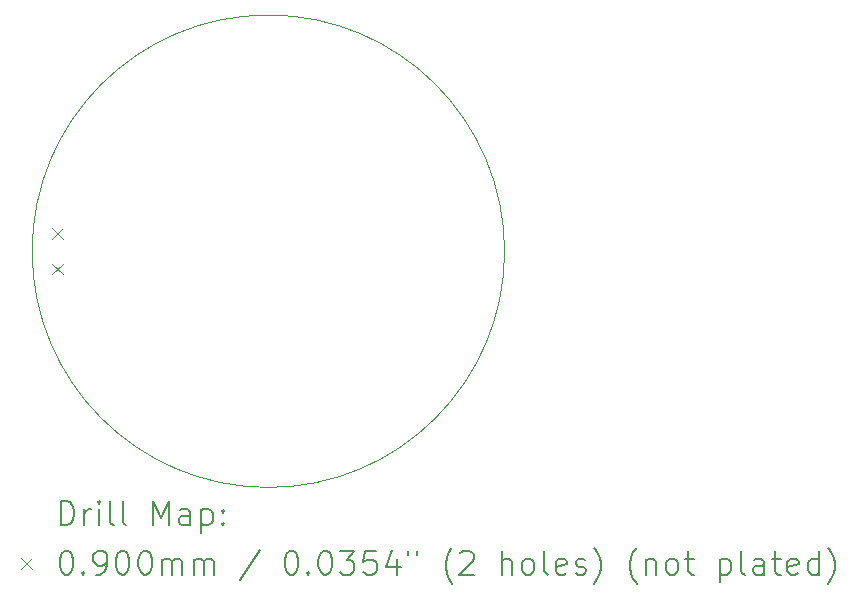
<source format=gbr>
%TF.GenerationSoftware,KiCad,Pcbnew,7.0.1*%
%TF.CreationDate,2023-03-29T13:12:42+01:00*%
%TF.ProjectId,LedBoard,4c656442-6f61-4726-942e-6b696361645f,rev?*%
%TF.SameCoordinates,Original*%
%TF.FileFunction,Drillmap*%
%TF.FilePolarity,Positive*%
%FSLAX45Y45*%
G04 Gerber Fmt 4.5, Leading zero omitted, Abs format (unit mm)*
G04 Created by KiCad (PCBNEW 7.0.1) date 2023-03-29 13:12:42*
%MOMM*%
%LPD*%
G01*
G04 APERTURE LIST*
%ADD10C,0.100000*%
%ADD11C,0.200000*%
%ADD12C,0.090000*%
G04 APERTURE END LIST*
D10*
X11000000Y-3700000D02*
G75*
G03*
X11000000Y-3700000I-2000000J0D01*
G01*
D11*
D12*
X7169500Y-3505000D02*
X7259500Y-3595000D01*
X7259500Y-3505000D02*
X7169500Y-3595000D01*
X7169500Y-3805000D02*
X7259500Y-3895000D01*
X7259500Y-3805000D02*
X7169500Y-3895000D01*
D11*
X7242619Y-6017524D02*
X7242619Y-5817524D01*
X7242619Y-5817524D02*
X7290238Y-5817524D01*
X7290238Y-5817524D02*
X7318809Y-5827048D01*
X7318809Y-5827048D02*
X7337857Y-5846095D01*
X7337857Y-5846095D02*
X7347381Y-5865143D01*
X7347381Y-5865143D02*
X7356905Y-5903238D01*
X7356905Y-5903238D02*
X7356905Y-5931809D01*
X7356905Y-5931809D02*
X7347381Y-5969905D01*
X7347381Y-5969905D02*
X7337857Y-5988952D01*
X7337857Y-5988952D02*
X7318809Y-6008000D01*
X7318809Y-6008000D02*
X7290238Y-6017524D01*
X7290238Y-6017524D02*
X7242619Y-6017524D01*
X7442619Y-6017524D02*
X7442619Y-5884190D01*
X7442619Y-5922286D02*
X7452143Y-5903238D01*
X7452143Y-5903238D02*
X7461667Y-5893714D01*
X7461667Y-5893714D02*
X7480714Y-5884190D01*
X7480714Y-5884190D02*
X7499762Y-5884190D01*
X7566428Y-6017524D02*
X7566428Y-5884190D01*
X7566428Y-5817524D02*
X7556905Y-5827048D01*
X7556905Y-5827048D02*
X7566428Y-5836571D01*
X7566428Y-5836571D02*
X7575952Y-5827048D01*
X7575952Y-5827048D02*
X7566428Y-5817524D01*
X7566428Y-5817524D02*
X7566428Y-5836571D01*
X7690238Y-6017524D02*
X7671190Y-6008000D01*
X7671190Y-6008000D02*
X7661667Y-5988952D01*
X7661667Y-5988952D02*
X7661667Y-5817524D01*
X7795000Y-6017524D02*
X7775952Y-6008000D01*
X7775952Y-6008000D02*
X7766428Y-5988952D01*
X7766428Y-5988952D02*
X7766428Y-5817524D01*
X8023571Y-6017524D02*
X8023571Y-5817524D01*
X8023571Y-5817524D02*
X8090238Y-5960381D01*
X8090238Y-5960381D02*
X8156905Y-5817524D01*
X8156905Y-5817524D02*
X8156905Y-6017524D01*
X8337857Y-6017524D02*
X8337857Y-5912762D01*
X8337857Y-5912762D02*
X8328333Y-5893714D01*
X8328333Y-5893714D02*
X8309286Y-5884190D01*
X8309286Y-5884190D02*
X8271190Y-5884190D01*
X8271190Y-5884190D02*
X8252143Y-5893714D01*
X8337857Y-6008000D02*
X8318809Y-6017524D01*
X8318809Y-6017524D02*
X8271190Y-6017524D01*
X8271190Y-6017524D02*
X8252143Y-6008000D01*
X8252143Y-6008000D02*
X8242619Y-5988952D01*
X8242619Y-5988952D02*
X8242619Y-5969905D01*
X8242619Y-5969905D02*
X8252143Y-5950857D01*
X8252143Y-5950857D02*
X8271190Y-5941333D01*
X8271190Y-5941333D02*
X8318809Y-5941333D01*
X8318809Y-5941333D02*
X8337857Y-5931809D01*
X8433095Y-5884190D02*
X8433095Y-6084190D01*
X8433095Y-5893714D02*
X8452143Y-5884190D01*
X8452143Y-5884190D02*
X8490238Y-5884190D01*
X8490238Y-5884190D02*
X8509286Y-5893714D01*
X8509286Y-5893714D02*
X8518810Y-5903238D01*
X8518810Y-5903238D02*
X8528333Y-5922286D01*
X8528333Y-5922286D02*
X8528333Y-5979428D01*
X8528333Y-5979428D02*
X8518810Y-5998476D01*
X8518810Y-5998476D02*
X8509286Y-6008000D01*
X8509286Y-6008000D02*
X8490238Y-6017524D01*
X8490238Y-6017524D02*
X8452143Y-6017524D01*
X8452143Y-6017524D02*
X8433095Y-6008000D01*
X8614048Y-5998476D02*
X8623571Y-6008000D01*
X8623571Y-6008000D02*
X8614048Y-6017524D01*
X8614048Y-6017524D02*
X8604524Y-6008000D01*
X8604524Y-6008000D02*
X8614048Y-5998476D01*
X8614048Y-5998476D02*
X8614048Y-6017524D01*
X8614048Y-5893714D02*
X8623571Y-5903238D01*
X8623571Y-5903238D02*
X8614048Y-5912762D01*
X8614048Y-5912762D02*
X8604524Y-5903238D01*
X8604524Y-5903238D02*
X8614048Y-5893714D01*
X8614048Y-5893714D02*
X8614048Y-5912762D01*
D12*
X6905000Y-6300000D02*
X6995000Y-6390000D01*
X6995000Y-6300000D02*
X6905000Y-6390000D01*
D11*
X7280714Y-6237524D02*
X7299762Y-6237524D01*
X7299762Y-6237524D02*
X7318809Y-6247048D01*
X7318809Y-6247048D02*
X7328333Y-6256571D01*
X7328333Y-6256571D02*
X7337857Y-6275619D01*
X7337857Y-6275619D02*
X7347381Y-6313714D01*
X7347381Y-6313714D02*
X7347381Y-6361333D01*
X7347381Y-6361333D02*
X7337857Y-6399428D01*
X7337857Y-6399428D02*
X7328333Y-6418476D01*
X7328333Y-6418476D02*
X7318809Y-6428000D01*
X7318809Y-6428000D02*
X7299762Y-6437524D01*
X7299762Y-6437524D02*
X7280714Y-6437524D01*
X7280714Y-6437524D02*
X7261667Y-6428000D01*
X7261667Y-6428000D02*
X7252143Y-6418476D01*
X7252143Y-6418476D02*
X7242619Y-6399428D01*
X7242619Y-6399428D02*
X7233095Y-6361333D01*
X7233095Y-6361333D02*
X7233095Y-6313714D01*
X7233095Y-6313714D02*
X7242619Y-6275619D01*
X7242619Y-6275619D02*
X7252143Y-6256571D01*
X7252143Y-6256571D02*
X7261667Y-6247048D01*
X7261667Y-6247048D02*
X7280714Y-6237524D01*
X7433095Y-6418476D02*
X7442619Y-6428000D01*
X7442619Y-6428000D02*
X7433095Y-6437524D01*
X7433095Y-6437524D02*
X7423571Y-6428000D01*
X7423571Y-6428000D02*
X7433095Y-6418476D01*
X7433095Y-6418476D02*
X7433095Y-6437524D01*
X7537857Y-6437524D02*
X7575952Y-6437524D01*
X7575952Y-6437524D02*
X7595000Y-6428000D01*
X7595000Y-6428000D02*
X7604524Y-6418476D01*
X7604524Y-6418476D02*
X7623571Y-6389905D01*
X7623571Y-6389905D02*
X7633095Y-6351809D01*
X7633095Y-6351809D02*
X7633095Y-6275619D01*
X7633095Y-6275619D02*
X7623571Y-6256571D01*
X7623571Y-6256571D02*
X7614048Y-6247048D01*
X7614048Y-6247048D02*
X7595000Y-6237524D01*
X7595000Y-6237524D02*
X7556905Y-6237524D01*
X7556905Y-6237524D02*
X7537857Y-6247048D01*
X7537857Y-6247048D02*
X7528333Y-6256571D01*
X7528333Y-6256571D02*
X7518809Y-6275619D01*
X7518809Y-6275619D02*
X7518809Y-6323238D01*
X7518809Y-6323238D02*
X7528333Y-6342286D01*
X7528333Y-6342286D02*
X7537857Y-6351809D01*
X7537857Y-6351809D02*
X7556905Y-6361333D01*
X7556905Y-6361333D02*
X7595000Y-6361333D01*
X7595000Y-6361333D02*
X7614048Y-6351809D01*
X7614048Y-6351809D02*
X7623571Y-6342286D01*
X7623571Y-6342286D02*
X7633095Y-6323238D01*
X7756905Y-6237524D02*
X7775952Y-6237524D01*
X7775952Y-6237524D02*
X7795000Y-6247048D01*
X7795000Y-6247048D02*
X7804524Y-6256571D01*
X7804524Y-6256571D02*
X7814048Y-6275619D01*
X7814048Y-6275619D02*
X7823571Y-6313714D01*
X7823571Y-6313714D02*
X7823571Y-6361333D01*
X7823571Y-6361333D02*
X7814048Y-6399428D01*
X7814048Y-6399428D02*
X7804524Y-6418476D01*
X7804524Y-6418476D02*
X7795000Y-6428000D01*
X7795000Y-6428000D02*
X7775952Y-6437524D01*
X7775952Y-6437524D02*
X7756905Y-6437524D01*
X7756905Y-6437524D02*
X7737857Y-6428000D01*
X7737857Y-6428000D02*
X7728333Y-6418476D01*
X7728333Y-6418476D02*
X7718809Y-6399428D01*
X7718809Y-6399428D02*
X7709286Y-6361333D01*
X7709286Y-6361333D02*
X7709286Y-6313714D01*
X7709286Y-6313714D02*
X7718809Y-6275619D01*
X7718809Y-6275619D02*
X7728333Y-6256571D01*
X7728333Y-6256571D02*
X7737857Y-6247048D01*
X7737857Y-6247048D02*
X7756905Y-6237524D01*
X7947381Y-6237524D02*
X7966429Y-6237524D01*
X7966429Y-6237524D02*
X7985476Y-6247048D01*
X7985476Y-6247048D02*
X7995000Y-6256571D01*
X7995000Y-6256571D02*
X8004524Y-6275619D01*
X8004524Y-6275619D02*
X8014048Y-6313714D01*
X8014048Y-6313714D02*
X8014048Y-6361333D01*
X8014048Y-6361333D02*
X8004524Y-6399428D01*
X8004524Y-6399428D02*
X7995000Y-6418476D01*
X7995000Y-6418476D02*
X7985476Y-6428000D01*
X7985476Y-6428000D02*
X7966429Y-6437524D01*
X7966429Y-6437524D02*
X7947381Y-6437524D01*
X7947381Y-6437524D02*
X7928333Y-6428000D01*
X7928333Y-6428000D02*
X7918809Y-6418476D01*
X7918809Y-6418476D02*
X7909286Y-6399428D01*
X7909286Y-6399428D02*
X7899762Y-6361333D01*
X7899762Y-6361333D02*
X7899762Y-6313714D01*
X7899762Y-6313714D02*
X7909286Y-6275619D01*
X7909286Y-6275619D02*
X7918809Y-6256571D01*
X7918809Y-6256571D02*
X7928333Y-6247048D01*
X7928333Y-6247048D02*
X7947381Y-6237524D01*
X8099762Y-6437524D02*
X8099762Y-6304190D01*
X8099762Y-6323238D02*
X8109286Y-6313714D01*
X8109286Y-6313714D02*
X8128333Y-6304190D01*
X8128333Y-6304190D02*
X8156905Y-6304190D01*
X8156905Y-6304190D02*
X8175952Y-6313714D01*
X8175952Y-6313714D02*
X8185476Y-6332762D01*
X8185476Y-6332762D02*
X8185476Y-6437524D01*
X8185476Y-6332762D02*
X8195000Y-6313714D01*
X8195000Y-6313714D02*
X8214048Y-6304190D01*
X8214048Y-6304190D02*
X8242619Y-6304190D01*
X8242619Y-6304190D02*
X8261667Y-6313714D01*
X8261667Y-6313714D02*
X8271190Y-6332762D01*
X8271190Y-6332762D02*
X8271190Y-6437524D01*
X8366429Y-6437524D02*
X8366429Y-6304190D01*
X8366429Y-6323238D02*
X8375952Y-6313714D01*
X8375952Y-6313714D02*
X8395000Y-6304190D01*
X8395000Y-6304190D02*
X8423572Y-6304190D01*
X8423572Y-6304190D02*
X8442619Y-6313714D01*
X8442619Y-6313714D02*
X8452143Y-6332762D01*
X8452143Y-6332762D02*
X8452143Y-6437524D01*
X8452143Y-6332762D02*
X8461667Y-6313714D01*
X8461667Y-6313714D02*
X8480714Y-6304190D01*
X8480714Y-6304190D02*
X8509286Y-6304190D01*
X8509286Y-6304190D02*
X8528333Y-6313714D01*
X8528333Y-6313714D02*
X8537857Y-6332762D01*
X8537857Y-6332762D02*
X8537857Y-6437524D01*
X8928333Y-6228000D02*
X8756905Y-6485143D01*
X9185476Y-6237524D02*
X9204524Y-6237524D01*
X9204524Y-6237524D02*
X9223572Y-6247048D01*
X9223572Y-6247048D02*
X9233095Y-6256571D01*
X9233095Y-6256571D02*
X9242619Y-6275619D01*
X9242619Y-6275619D02*
X9252143Y-6313714D01*
X9252143Y-6313714D02*
X9252143Y-6361333D01*
X9252143Y-6361333D02*
X9242619Y-6399428D01*
X9242619Y-6399428D02*
X9233095Y-6418476D01*
X9233095Y-6418476D02*
X9223572Y-6428000D01*
X9223572Y-6428000D02*
X9204524Y-6437524D01*
X9204524Y-6437524D02*
X9185476Y-6437524D01*
X9185476Y-6437524D02*
X9166429Y-6428000D01*
X9166429Y-6428000D02*
X9156905Y-6418476D01*
X9156905Y-6418476D02*
X9147381Y-6399428D01*
X9147381Y-6399428D02*
X9137857Y-6361333D01*
X9137857Y-6361333D02*
X9137857Y-6313714D01*
X9137857Y-6313714D02*
X9147381Y-6275619D01*
X9147381Y-6275619D02*
X9156905Y-6256571D01*
X9156905Y-6256571D02*
X9166429Y-6247048D01*
X9166429Y-6247048D02*
X9185476Y-6237524D01*
X9337857Y-6418476D02*
X9347381Y-6428000D01*
X9347381Y-6428000D02*
X9337857Y-6437524D01*
X9337857Y-6437524D02*
X9328334Y-6428000D01*
X9328334Y-6428000D02*
X9337857Y-6418476D01*
X9337857Y-6418476D02*
X9337857Y-6437524D01*
X9471191Y-6237524D02*
X9490238Y-6237524D01*
X9490238Y-6237524D02*
X9509286Y-6247048D01*
X9509286Y-6247048D02*
X9518810Y-6256571D01*
X9518810Y-6256571D02*
X9528334Y-6275619D01*
X9528334Y-6275619D02*
X9537857Y-6313714D01*
X9537857Y-6313714D02*
X9537857Y-6361333D01*
X9537857Y-6361333D02*
X9528334Y-6399428D01*
X9528334Y-6399428D02*
X9518810Y-6418476D01*
X9518810Y-6418476D02*
X9509286Y-6428000D01*
X9509286Y-6428000D02*
X9490238Y-6437524D01*
X9490238Y-6437524D02*
X9471191Y-6437524D01*
X9471191Y-6437524D02*
X9452143Y-6428000D01*
X9452143Y-6428000D02*
X9442619Y-6418476D01*
X9442619Y-6418476D02*
X9433095Y-6399428D01*
X9433095Y-6399428D02*
X9423572Y-6361333D01*
X9423572Y-6361333D02*
X9423572Y-6313714D01*
X9423572Y-6313714D02*
X9433095Y-6275619D01*
X9433095Y-6275619D02*
X9442619Y-6256571D01*
X9442619Y-6256571D02*
X9452143Y-6247048D01*
X9452143Y-6247048D02*
X9471191Y-6237524D01*
X9604524Y-6237524D02*
X9728334Y-6237524D01*
X9728334Y-6237524D02*
X9661667Y-6313714D01*
X9661667Y-6313714D02*
X9690238Y-6313714D01*
X9690238Y-6313714D02*
X9709286Y-6323238D01*
X9709286Y-6323238D02*
X9718810Y-6332762D01*
X9718810Y-6332762D02*
X9728334Y-6351809D01*
X9728334Y-6351809D02*
X9728334Y-6399428D01*
X9728334Y-6399428D02*
X9718810Y-6418476D01*
X9718810Y-6418476D02*
X9709286Y-6428000D01*
X9709286Y-6428000D02*
X9690238Y-6437524D01*
X9690238Y-6437524D02*
X9633095Y-6437524D01*
X9633095Y-6437524D02*
X9614048Y-6428000D01*
X9614048Y-6428000D02*
X9604524Y-6418476D01*
X9909286Y-6237524D02*
X9814048Y-6237524D01*
X9814048Y-6237524D02*
X9804524Y-6332762D01*
X9804524Y-6332762D02*
X9814048Y-6323238D01*
X9814048Y-6323238D02*
X9833095Y-6313714D01*
X9833095Y-6313714D02*
X9880715Y-6313714D01*
X9880715Y-6313714D02*
X9899762Y-6323238D01*
X9899762Y-6323238D02*
X9909286Y-6332762D01*
X9909286Y-6332762D02*
X9918810Y-6351809D01*
X9918810Y-6351809D02*
X9918810Y-6399428D01*
X9918810Y-6399428D02*
X9909286Y-6418476D01*
X9909286Y-6418476D02*
X9899762Y-6428000D01*
X9899762Y-6428000D02*
X9880715Y-6437524D01*
X9880715Y-6437524D02*
X9833095Y-6437524D01*
X9833095Y-6437524D02*
X9814048Y-6428000D01*
X9814048Y-6428000D02*
X9804524Y-6418476D01*
X10090238Y-6304190D02*
X10090238Y-6437524D01*
X10042619Y-6228000D02*
X9995000Y-6370857D01*
X9995000Y-6370857D02*
X10118810Y-6370857D01*
X10185476Y-6237524D02*
X10185476Y-6275619D01*
X10261667Y-6237524D02*
X10261667Y-6275619D01*
X10556905Y-6513714D02*
X10547381Y-6504190D01*
X10547381Y-6504190D02*
X10528334Y-6475619D01*
X10528334Y-6475619D02*
X10518810Y-6456571D01*
X10518810Y-6456571D02*
X10509286Y-6428000D01*
X10509286Y-6428000D02*
X10499762Y-6380381D01*
X10499762Y-6380381D02*
X10499762Y-6342286D01*
X10499762Y-6342286D02*
X10509286Y-6294667D01*
X10509286Y-6294667D02*
X10518810Y-6266095D01*
X10518810Y-6266095D02*
X10528334Y-6247048D01*
X10528334Y-6247048D02*
X10547381Y-6218476D01*
X10547381Y-6218476D02*
X10556905Y-6208952D01*
X10623572Y-6256571D02*
X10633096Y-6247048D01*
X10633096Y-6247048D02*
X10652143Y-6237524D01*
X10652143Y-6237524D02*
X10699762Y-6237524D01*
X10699762Y-6237524D02*
X10718810Y-6247048D01*
X10718810Y-6247048D02*
X10728334Y-6256571D01*
X10728334Y-6256571D02*
X10737857Y-6275619D01*
X10737857Y-6275619D02*
X10737857Y-6294667D01*
X10737857Y-6294667D02*
X10728334Y-6323238D01*
X10728334Y-6323238D02*
X10614048Y-6437524D01*
X10614048Y-6437524D02*
X10737857Y-6437524D01*
X10975953Y-6437524D02*
X10975953Y-6237524D01*
X11061667Y-6437524D02*
X11061667Y-6332762D01*
X11061667Y-6332762D02*
X11052143Y-6313714D01*
X11052143Y-6313714D02*
X11033096Y-6304190D01*
X11033096Y-6304190D02*
X11004524Y-6304190D01*
X11004524Y-6304190D02*
X10985477Y-6313714D01*
X10985477Y-6313714D02*
X10975953Y-6323238D01*
X11185476Y-6437524D02*
X11166429Y-6428000D01*
X11166429Y-6428000D02*
X11156905Y-6418476D01*
X11156905Y-6418476D02*
X11147381Y-6399428D01*
X11147381Y-6399428D02*
X11147381Y-6342286D01*
X11147381Y-6342286D02*
X11156905Y-6323238D01*
X11156905Y-6323238D02*
X11166429Y-6313714D01*
X11166429Y-6313714D02*
X11185476Y-6304190D01*
X11185476Y-6304190D02*
X11214048Y-6304190D01*
X11214048Y-6304190D02*
X11233096Y-6313714D01*
X11233096Y-6313714D02*
X11242619Y-6323238D01*
X11242619Y-6323238D02*
X11252143Y-6342286D01*
X11252143Y-6342286D02*
X11252143Y-6399428D01*
X11252143Y-6399428D02*
X11242619Y-6418476D01*
X11242619Y-6418476D02*
X11233096Y-6428000D01*
X11233096Y-6428000D02*
X11214048Y-6437524D01*
X11214048Y-6437524D02*
X11185476Y-6437524D01*
X11366429Y-6437524D02*
X11347381Y-6428000D01*
X11347381Y-6428000D02*
X11337857Y-6408952D01*
X11337857Y-6408952D02*
X11337857Y-6237524D01*
X11518810Y-6428000D02*
X11499762Y-6437524D01*
X11499762Y-6437524D02*
X11461667Y-6437524D01*
X11461667Y-6437524D02*
X11442619Y-6428000D01*
X11442619Y-6428000D02*
X11433096Y-6408952D01*
X11433096Y-6408952D02*
X11433096Y-6332762D01*
X11433096Y-6332762D02*
X11442619Y-6313714D01*
X11442619Y-6313714D02*
X11461667Y-6304190D01*
X11461667Y-6304190D02*
X11499762Y-6304190D01*
X11499762Y-6304190D02*
X11518810Y-6313714D01*
X11518810Y-6313714D02*
X11528334Y-6332762D01*
X11528334Y-6332762D02*
X11528334Y-6351809D01*
X11528334Y-6351809D02*
X11433096Y-6370857D01*
X11604524Y-6428000D02*
X11623572Y-6437524D01*
X11623572Y-6437524D02*
X11661667Y-6437524D01*
X11661667Y-6437524D02*
X11680715Y-6428000D01*
X11680715Y-6428000D02*
X11690238Y-6408952D01*
X11690238Y-6408952D02*
X11690238Y-6399428D01*
X11690238Y-6399428D02*
X11680715Y-6380381D01*
X11680715Y-6380381D02*
X11661667Y-6370857D01*
X11661667Y-6370857D02*
X11633096Y-6370857D01*
X11633096Y-6370857D02*
X11614048Y-6361333D01*
X11614048Y-6361333D02*
X11604524Y-6342286D01*
X11604524Y-6342286D02*
X11604524Y-6332762D01*
X11604524Y-6332762D02*
X11614048Y-6313714D01*
X11614048Y-6313714D02*
X11633096Y-6304190D01*
X11633096Y-6304190D02*
X11661667Y-6304190D01*
X11661667Y-6304190D02*
X11680715Y-6313714D01*
X11756905Y-6513714D02*
X11766429Y-6504190D01*
X11766429Y-6504190D02*
X11785477Y-6475619D01*
X11785477Y-6475619D02*
X11795000Y-6456571D01*
X11795000Y-6456571D02*
X11804524Y-6428000D01*
X11804524Y-6428000D02*
X11814048Y-6380381D01*
X11814048Y-6380381D02*
X11814048Y-6342286D01*
X11814048Y-6342286D02*
X11804524Y-6294667D01*
X11804524Y-6294667D02*
X11795000Y-6266095D01*
X11795000Y-6266095D02*
X11785477Y-6247048D01*
X11785477Y-6247048D02*
X11766429Y-6218476D01*
X11766429Y-6218476D02*
X11756905Y-6208952D01*
X12118810Y-6513714D02*
X12109286Y-6504190D01*
X12109286Y-6504190D02*
X12090238Y-6475619D01*
X12090238Y-6475619D02*
X12080715Y-6456571D01*
X12080715Y-6456571D02*
X12071191Y-6428000D01*
X12071191Y-6428000D02*
X12061667Y-6380381D01*
X12061667Y-6380381D02*
X12061667Y-6342286D01*
X12061667Y-6342286D02*
X12071191Y-6294667D01*
X12071191Y-6294667D02*
X12080715Y-6266095D01*
X12080715Y-6266095D02*
X12090238Y-6247048D01*
X12090238Y-6247048D02*
X12109286Y-6218476D01*
X12109286Y-6218476D02*
X12118810Y-6208952D01*
X12195000Y-6304190D02*
X12195000Y-6437524D01*
X12195000Y-6323238D02*
X12204524Y-6313714D01*
X12204524Y-6313714D02*
X12223572Y-6304190D01*
X12223572Y-6304190D02*
X12252143Y-6304190D01*
X12252143Y-6304190D02*
X12271191Y-6313714D01*
X12271191Y-6313714D02*
X12280715Y-6332762D01*
X12280715Y-6332762D02*
X12280715Y-6437524D01*
X12404524Y-6437524D02*
X12385477Y-6428000D01*
X12385477Y-6428000D02*
X12375953Y-6418476D01*
X12375953Y-6418476D02*
X12366429Y-6399428D01*
X12366429Y-6399428D02*
X12366429Y-6342286D01*
X12366429Y-6342286D02*
X12375953Y-6323238D01*
X12375953Y-6323238D02*
X12385477Y-6313714D01*
X12385477Y-6313714D02*
X12404524Y-6304190D01*
X12404524Y-6304190D02*
X12433096Y-6304190D01*
X12433096Y-6304190D02*
X12452143Y-6313714D01*
X12452143Y-6313714D02*
X12461667Y-6323238D01*
X12461667Y-6323238D02*
X12471191Y-6342286D01*
X12471191Y-6342286D02*
X12471191Y-6399428D01*
X12471191Y-6399428D02*
X12461667Y-6418476D01*
X12461667Y-6418476D02*
X12452143Y-6428000D01*
X12452143Y-6428000D02*
X12433096Y-6437524D01*
X12433096Y-6437524D02*
X12404524Y-6437524D01*
X12528334Y-6304190D02*
X12604524Y-6304190D01*
X12556905Y-6237524D02*
X12556905Y-6408952D01*
X12556905Y-6408952D02*
X12566429Y-6428000D01*
X12566429Y-6428000D02*
X12585477Y-6437524D01*
X12585477Y-6437524D02*
X12604524Y-6437524D01*
X12823572Y-6304190D02*
X12823572Y-6504190D01*
X12823572Y-6313714D02*
X12842619Y-6304190D01*
X12842619Y-6304190D02*
X12880715Y-6304190D01*
X12880715Y-6304190D02*
X12899762Y-6313714D01*
X12899762Y-6313714D02*
X12909286Y-6323238D01*
X12909286Y-6323238D02*
X12918810Y-6342286D01*
X12918810Y-6342286D02*
X12918810Y-6399428D01*
X12918810Y-6399428D02*
X12909286Y-6418476D01*
X12909286Y-6418476D02*
X12899762Y-6428000D01*
X12899762Y-6428000D02*
X12880715Y-6437524D01*
X12880715Y-6437524D02*
X12842619Y-6437524D01*
X12842619Y-6437524D02*
X12823572Y-6428000D01*
X13033096Y-6437524D02*
X13014048Y-6428000D01*
X13014048Y-6428000D02*
X13004524Y-6408952D01*
X13004524Y-6408952D02*
X13004524Y-6237524D01*
X13195000Y-6437524D02*
X13195000Y-6332762D01*
X13195000Y-6332762D02*
X13185477Y-6313714D01*
X13185477Y-6313714D02*
X13166429Y-6304190D01*
X13166429Y-6304190D02*
X13128334Y-6304190D01*
X13128334Y-6304190D02*
X13109286Y-6313714D01*
X13195000Y-6428000D02*
X13175953Y-6437524D01*
X13175953Y-6437524D02*
X13128334Y-6437524D01*
X13128334Y-6437524D02*
X13109286Y-6428000D01*
X13109286Y-6428000D02*
X13099762Y-6408952D01*
X13099762Y-6408952D02*
X13099762Y-6389905D01*
X13099762Y-6389905D02*
X13109286Y-6370857D01*
X13109286Y-6370857D02*
X13128334Y-6361333D01*
X13128334Y-6361333D02*
X13175953Y-6361333D01*
X13175953Y-6361333D02*
X13195000Y-6351809D01*
X13261667Y-6304190D02*
X13337858Y-6304190D01*
X13290239Y-6237524D02*
X13290239Y-6408952D01*
X13290239Y-6408952D02*
X13299762Y-6428000D01*
X13299762Y-6428000D02*
X13318810Y-6437524D01*
X13318810Y-6437524D02*
X13337858Y-6437524D01*
X13480715Y-6428000D02*
X13461667Y-6437524D01*
X13461667Y-6437524D02*
X13423572Y-6437524D01*
X13423572Y-6437524D02*
X13404524Y-6428000D01*
X13404524Y-6428000D02*
X13395000Y-6408952D01*
X13395000Y-6408952D02*
X13395000Y-6332762D01*
X13395000Y-6332762D02*
X13404524Y-6313714D01*
X13404524Y-6313714D02*
X13423572Y-6304190D01*
X13423572Y-6304190D02*
X13461667Y-6304190D01*
X13461667Y-6304190D02*
X13480715Y-6313714D01*
X13480715Y-6313714D02*
X13490239Y-6332762D01*
X13490239Y-6332762D02*
X13490239Y-6351809D01*
X13490239Y-6351809D02*
X13395000Y-6370857D01*
X13661667Y-6437524D02*
X13661667Y-6237524D01*
X13661667Y-6428000D02*
X13642620Y-6437524D01*
X13642620Y-6437524D02*
X13604524Y-6437524D01*
X13604524Y-6437524D02*
X13585477Y-6428000D01*
X13585477Y-6428000D02*
X13575953Y-6418476D01*
X13575953Y-6418476D02*
X13566429Y-6399428D01*
X13566429Y-6399428D02*
X13566429Y-6342286D01*
X13566429Y-6342286D02*
X13575953Y-6323238D01*
X13575953Y-6323238D02*
X13585477Y-6313714D01*
X13585477Y-6313714D02*
X13604524Y-6304190D01*
X13604524Y-6304190D02*
X13642620Y-6304190D01*
X13642620Y-6304190D02*
X13661667Y-6313714D01*
X13737858Y-6513714D02*
X13747381Y-6504190D01*
X13747381Y-6504190D02*
X13766429Y-6475619D01*
X13766429Y-6475619D02*
X13775953Y-6456571D01*
X13775953Y-6456571D02*
X13785477Y-6428000D01*
X13785477Y-6428000D02*
X13795000Y-6380381D01*
X13795000Y-6380381D02*
X13795000Y-6342286D01*
X13795000Y-6342286D02*
X13785477Y-6294667D01*
X13785477Y-6294667D02*
X13775953Y-6266095D01*
X13775953Y-6266095D02*
X13766429Y-6247048D01*
X13766429Y-6247048D02*
X13747381Y-6218476D01*
X13747381Y-6218476D02*
X13737858Y-6208952D01*
M02*

</source>
